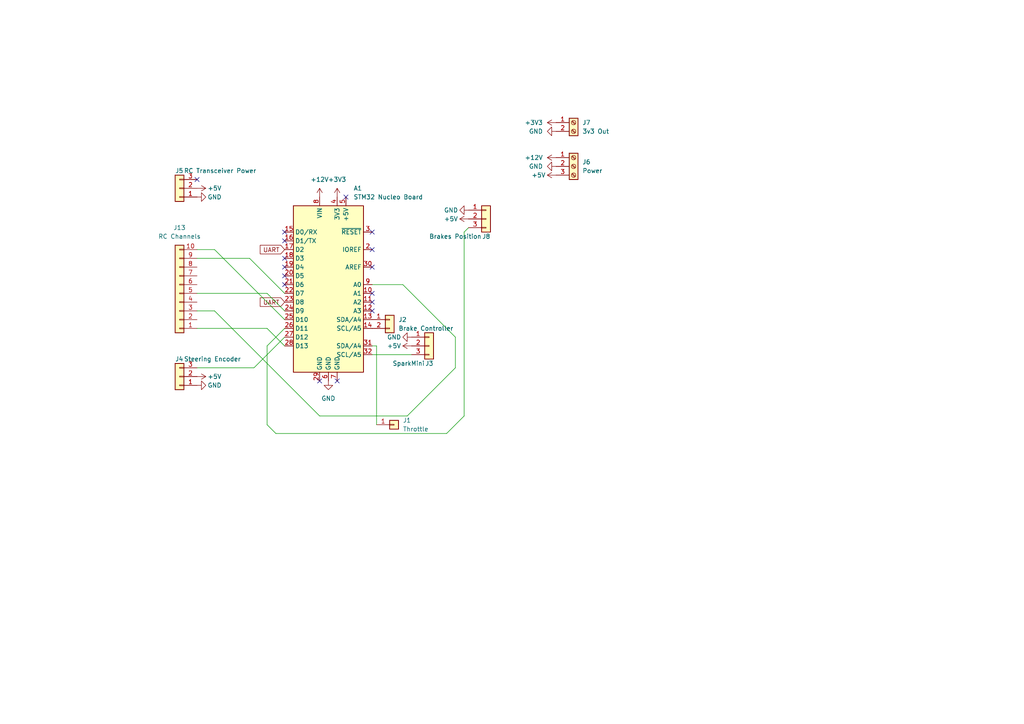
<source format=kicad_sch>
(kicad_sch (version 20230121) (generator eeschema)
  (paper "A4")
  (lib_symbols
    (symbol "Connector:Screw_Terminal_01x02" (pin_names (offset 1.016) hide)
      (property "Reference" "J" (at 0 2.54 0))
      (property "Value" "Screw_Terminal_01x02" (at 0 -5.08 0))
      (symbol "Screw_Terminal_01x02_1_1"
        (rectangle (start -1.27 1.27) (end 1.27 -3.81) (stroke (width 0.254)) (fill (type background)))
        (circle (center 0 -2.54) (radius 0.635) (stroke (width 0.1524)))
        (polyline (pts (xy -0.5334 -2.2098) (xy 0.3302 -3.048)) (stroke (width 0.1524)))
        (polyline (pts (xy -0.5334 0.3302) (xy 0.3302 -0.508)) (stroke (width 0.1524)))
        (polyline (pts (xy -0.3556 -2.032) (xy 0.508 -2.8702)) (stroke (width 0.1524)))
        (polyline (pts (xy -0.3556 0.508) (xy 0.508 -0.3302)) (stroke (width 0.1524)))
        (circle (center 0 0) (radius 0.635) (stroke (width 0.1524)))
        (pin passive line (at -5.08 0 0) (length 3.81) (name "Pin_1") (number "1"))
        (pin passive line (at -5.08 -2.54 0) (length 3.81) (name "Pin_2") (number "2"))
      )
    )
    (symbol "Connector:Screw_Terminal_01x03" (pin_names (offset 1.016) hide)
      (property "Reference" "J" (at 0 5.08 0))
      (property "Value" "Screw_Terminal_01x03" (at 0 -5.08 0))
      (symbol "Screw_Terminal_01x03_1_1"
        (rectangle (start -1.27 3.81) (end 1.27 -3.81) (stroke (width 0.254)) (fill (type background)))
        (circle (center 0 -2.54) (radius 0.635) (stroke (width 0.1524)))
        (polyline (pts (xy -0.5334 -2.2098) (xy 0.3302 -3.048)) (stroke (width 0.1524)))
        (polyline (pts (xy -0.5334 0.3302) (xy 0.3302 -0.508)) (stroke (width 0.1524)))
        (polyline (pts (xy -0.5334 2.8702) (xy 0.3302 2.032)) (stroke (width 0.1524)))
        (polyline (pts (xy -0.3556 -2.032) (xy 0.508 -2.8702)) (stroke (width 0.1524)))
        (polyline (pts (xy -0.3556 0.508) (xy 0.508 -0.3302)) (stroke (width 0.1524)))
        (polyline (pts (xy -0.3556 3.048) (xy 0.508 2.2098)) (stroke (width 0.1524)))
        (circle (center 0 0) (radius 0.635) (stroke (width 0.1524)))
        (circle (center 0 2.54) (radius 0.635) (stroke (width 0.1524)))
        (pin passive line (at -5.08 2.54 0) (length 3.81) (name "Pin_1") (number "1"))
        (pin passive line (at -5.08 0 0) (length 3.81) (name "Pin_2") (number "2"))
        (pin passive line (at -5.08 -2.54 0) (length 3.81) (name "Pin_3") (number "3"))
      )
    )
    (symbol "Connector_Generic:Conn_01x01" (pin_names (offset 1.016) hide)
      (property "Reference" "J" (at 0 2.54 0))
      (property "Value" "Conn_01x01" (at 0 -2.54 0))
      (symbol "Conn_01x01_1_1"
        (rectangle (start -1.27 0.127) (end 0 -0.127) (stroke (width 0.1524)))
        (rectangle (start -1.27 1.27) (end 1.27 -1.27) (stroke (width 0.254)) (fill (type background)))
        (pin passive line (at -5.08 0 0) (length 3.81) (name "Pin_1") (number "1"))
      )
    )
    (symbol "Connector_Generic:Conn_01x02" (pin_names (offset 1.016) hide)
      (property "Reference" "J" (at 0 2.54 0))
      (property "Value" "Conn_01x02" (at 0 -5.08 0))
      (symbol "Conn_01x02_1_1"
        (rectangle (start -1.27 -2.413) (end 0 -2.667) (stroke (width 0.1524)))
        (rectangle (start -1.27 0.127) (end 0 -0.127) (stroke (width 0.1524)))
        (rectangle (start -1.27 1.27) (end 1.27 -3.81) (stroke (width 0.254)) (fill (type background)))
        (pin passive line (at -5.08 0 0) (length 3.81) (name "Pin_1") (number "1"))
        (pin passive line (at -5.08 -2.54 0) (length 3.81) (name "Pin_2") (number "2"))
      )
    )
    (symbol "Connector_Generic:Conn_01x03" (pin_names (offset 1.016) hide)
      (property "Reference" "J" (at 0 5.08 0))
      (property "Value" "Conn_01x03" (at 0 -5.08 0))
      (symbol "Conn_01x03_1_1"
        (rectangle (start -1.27 -2.413) (end 0 -2.667) (stroke (width 0.1524)))
        (rectangle (start -1.27 0.127) (end 0 -0.127) (stroke (width 0.1524)))
        (rectangle (start -1.27 2.667) (end 0 2.413) (stroke (width 0.1524)))
        (rectangle (start -1.27 3.81) (end 1.27 -3.81) (stroke (width 0.254)) (fill (type background)))
        (pin passive line (at -5.08 2.54 0) (length 3.81) (name "Pin_1") (number "1"))
        (pin passive line (at -5.08 0 0) (length 3.81) (name "Pin_2") (number "2"))
        (pin passive line (at -5.08 -2.54 0) (length 3.81) (name "Pin_3") (number "3"))
      )
    )
    (symbol "Connector_Generic:Conn_01x10" (pin_names (offset 1.016) hide)
      (property "Reference" "J" (at 0 12.7 0))
      (property "Value" "Conn_01x10" (at 0 -15.24 0))
      (symbol "Conn_01x10_1_1"
        (rectangle (start -1.27 -12.573) (end 0 -12.827) (stroke (width 0.1524)))
        (rectangle (start -1.27 -10.033) (end 0 -10.287) (stroke (width 0.1524)))
        (rectangle (start -1.27 -7.493) (end 0 -7.747) (stroke (width 0.1524)))
        (rectangle (start -1.27 -4.953) (end 0 -5.207) (stroke (width 0.1524)))
        (rectangle (start -1.27 -2.413) (end 0 -2.667) (stroke (width 0.1524)))
        (rectangle (start -1.27 0.127) (end 0 -0.127) (stroke (width 0.1524)))
        (rectangle (start -1.27 2.667) (end 0 2.413) (stroke (width 0.1524)))
        (rectangle (start -1.27 5.207) (end 0 4.953) (stroke (width 0.1524)))
        (rectangle (start -1.27 7.747) (end 0 7.493) (stroke (width 0.1524)))
        (rectangle (start -1.27 10.287) (end 0 10.033) (stroke (width 0.1524)))
        (rectangle (start -1.27 11.43) (end 1.27 -13.97) (stroke (width 0.254)) (fill (type background)))
        (pin passive line (at -5.08 10.16 0) (length 3.81) (name "Pin_1") (number "1"))
        (pin passive line (at -5.08 -12.7 0) (length 3.81) (name "Pin_10") (number "10"))
        (pin passive line (at -5.08 7.62 0) (length 3.81) (name "Pin_2") (number "2"))
        (pin passive line (at -5.08 5.08 0) (length 3.81) (name "Pin_3") (number "3"))
        (pin passive line (at -5.08 2.54 0) (length 3.81) (name "Pin_4") (number "4"))
        (pin passive line (at -5.08 0 0) (length 3.81) (name "Pin_5") (number "5"))
        (pin passive line (at -5.08 -2.54 0) (length 3.81) (name "Pin_6") (number "6"))
        (pin passive line (at -5.08 -5.08 0) (length 3.81) (name "Pin_7") (number "7"))
        (pin passive line (at -5.08 -7.62 0) (length 3.81) (name "Pin_8") (number "8"))
        (pin passive line (at -5.08 -10.16 0) (length 3.81) (name "Pin_9") (number "9"))
      )
    )
    (symbol "MCU_Module:Arduino_UNO_R3"
      (property "Reference" "A" (at -10.16 23.495 0))
      (property "Value" "Arduino_UNO_R3" (at 5.08 -26.67 0))
      (symbol "Arduino_UNO_R3_0_1"
        (rectangle (start -10.16 22.86) (end 10.16 -25.4) (stroke (width 0.254)) (fill (type background)))
      )
      (symbol "Arduino_UNO_R3_1_1"
        (pin no_connect line (at -10.16 -20.32 0) (length 2.54) hide (name "NC") (number "1"))
        (pin bidirectional line (at 12.7 -2.54 180) (length 2.54) (name "A1") (number "10"))
        (pin bidirectional line (at 12.7 -5.08 180) (length 2.54) (name "A2") (number "11"))
        (pin bidirectional line (at 12.7 -7.62 180) (length 2.54) (name "A3") (number "12"))
        (pin bidirectional line (at 12.7 -10.16 180) (length 2.54) (name "SDA/A4") (number "13"))
        (pin bidirectional line (at 12.7 -12.7 180) (length 2.54) (name "SCL/A5") (number "14"))
        (pin bidirectional line (at -12.7 15.24 0) (length 2.54) (name "D0/RX") (number "15"))
        (pin bidirectional line (at -12.7 12.7 0) (length 2.54) (name "D1/TX") (number "16"))
        (pin bidirectional line (at -12.7 10.16 0) (length 2.54) (name "D2") (number "17"))
        (pin bidirectional line (at -12.7 7.62 0) (length 2.54) (name "D3") (number "18"))
        (pin bidirectional line (at -12.7 5.08 0) (length 2.54) (name "D4") (number "19"))
        (pin output line (at 12.7 10.16 180) (length 2.54) (name "IOREF") (number "2"))
        (pin bidirectional line (at -12.7 2.54 0) (length 2.54) (name "D5") (number "20"))
        (pin bidirectional line (at -12.7 0 0) (length 2.54) (name "D6") (number "21"))
        (pin bidirectional line (at -12.7 -2.54 0) (length 2.54) (name "D7") (number "22"))
        (pin bidirectional line (at -12.7 -5.08 0) (length 2.54) (name "D8") (number "23"))
        (pin bidirectional line (at -12.7 -7.62 0) (length 2.54) (name "D9") (number "24"))
        (pin bidirectional line (at -12.7 -10.16 0) (length 2.54) (name "D10") (number "25"))
        (pin bidirectional line (at -12.7 -12.7 0) (length 2.54) (name "D11") (number "26"))
        (pin bidirectional line (at -12.7 -15.24 0) (length 2.54) (name "D12") (number "27"))
        (pin bidirectional line (at -12.7 -17.78 0) (length 2.54) (name "D13") (number "28"))
        (pin power_in line (at -2.54 -27.94 90) (length 2.54) (name "GND") (number "29"))
        (pin input line (at 12.7 15.24 180) (length 2.54) (name "~{RESET}") (number "3"))
        (pin input line (at 12.7 5.08 180) (length 2.54) (name "AREF") (number "30"))
        (pin bidirectional line (at 12.7 -17.78 180) (length 2.54) (name "SDA/A4") (number "31"))
        (pin bidirectional line (at 12.7 -20.32 180) (length 2.54) (name "SCL/A5") (number "32"))
        (pin power_out line (at 2.54 25.4 270) (length 2.54) (name "3V3") (number "4"))
        (pin power_out line (at 5.08 25.4 270) (length 2.54) (name "+5V") (number "5"))
        (pin power_in line (at 0 -27.94 90) (length 2.54) (name "GND") (number "6"))
        (pin power_in line (at 2.54 -27.94 90) (length 2.54) (name "GND") (number "7"))
        (pin power_in line (at -2.54 25.4 270) (length 2.54) (name "VIN") (number "8"))
        (pin bidirectional line (at 12.7 0 180) (length 2.54) (name "A0") (number "9"))
      )
    )
    (symbol "power:+12V" (power) (pin_names (offset 0))
      (property "Value" "+12V" (at 0 3.556 0))
      (symbol "+12V_0_1"
        (polyline (pts (xy -0.762 1.27) (xy 0 2.54)))
        (polyline (pts (xy 0 0) (xy 0 2.54)))
        (polyline (pts (xy 0 2.54) (xy 0.762 1.27)))
      )
      (symbol "+12V_1_1"
        (pin power_in line (at 0 0 90) (length 0) hide (name "+12V") (number "1"))
      )
    )
    (symbol "power:+3V3" (power) (pin_names (offset 0))
      (property "Value" "+3V3" (at 0 3.556 0))
      (symbol "+3V3_0_1"
        (polyline (pts (xy -0.762 1.27) (xy 0 2.54)))
        (polyline (pts (xy 0 0) (xy 0 2.54)))
        (polyline (pts (xy 0 2.54) (xy 0.762 1.27)))
      )
      (symbol "+3V3_1_1"
        (pin power_in line (at 0 0 90) (length 0) hide (name "+3V3") (number "1"))
      )
    )
    (symbol "power:+5V" (power) (pin_names (offset 0))
      (property "Value" "+5V" (at 0 3.556 0))
      (symbol "+5V_0_1"
        (polyline (pts (xy -0.762 1.27) (xy 0 2.54)))
        (polyline (pts (xy 0 0) (xy 0 2.54)))
        (polyline (pts (xy 0 2.54) (xy 0.762 1.27)))
      )
      (symbol "+5V_1_1"
        (pin power_in line (at 0 0 90) (length 0) hide (name "+5V") (number "1"))
      )
    )
    (symbol "power:GND" (power) (pin_names (offset 0))
      (property "Value" "GND" (at 0 -3.81 0))
      (symbol "GND_0_1"
        (polyline (pts (xy 0 0) (xy 0 -1.27) (xy 1.27 -1.27) (xy 0 -2.54) (xy -1.27 -1.27) (xy 0 -1.27)))
      )
      (symbol "GND_1_1"
        (pin power_in line (at 0 0 270) (length 0) hide (name "GND") (number "1"))
      )
    )
  )
  (no_connect (at 82.55 69.85))
  (no_connect (at 107.95 67.31))
  (no_connect (at 82.55 74.93))
  (no_connect (at 107.95 87.63))
  (no_connect (at 82.55 80.01))
  (no_connect (at 100.33 57.15))
  (no_connect (at 107.95 72.39))
  (no_connect (at 82.55 77.47))
  (no_connect (at 107.95 77.47))
  (no_connect (at 82.55 67.31))
  (no_connect (at 107.95 90.17))
  (no_connect (at 82.55 82.55))
  (no_connect (at 57.15 52.07))
  (no_connect (at 107.95 85.09))
  (no_connect (at 97.79 110.49))
  (no_connect (at 92.71 110.49))
  (wire (pts (xy 77.47 100.33) (xy 77.47 123.19)))
  (wire (pts (xy 57.15 72.39) (xy 62.23 72.39)))
  (wire (pts (xy 109.22 100.33) (xy 107.95 100.33)))
  (wire (pts (xy 57.15 74.93) (xy 72.39 74.93)))
  (wire (pts (xy 129.54 125.73) (xy 134.62 120.65)))
  (wire (pts (xy 116.84 82.55) (xy 132.08 97.79)))
  (wire (pts (xy 134.62 120.65) (xy 134.62 67.31)))
  (wire (pts (xy 118.11 120.65) (xy 132.08 106.68)))
  (wire (pts (xy 57.15 85.09) (xy 77.47 85.09)))
  (wire (pts (xy 132.08 106.68) (xy 132.08 97.79)))
  (wire (pts (xy 107.95 102.87) (xy 119.38 102.87)))
  (wire (pts (xy 62.23 72.39) (xy 82.55 92.71)))
  (wire (pts (xy 72.39 74.93) (xy 82.55 85.09)))
  (wire (pts (xy 107.95 82.55) (xy 116.84 82.55)))
  (wire (pts (xy 62.23 90.17) (xy 92.71 120.65)))
  (wire (pts (xy 77.47 123.19) (xy 80.01 125.73)))
  (wire (pts (xy 92.71 120.65) (xy 118.11 120.65)))
  (wire (pts (xy 57.15 95.25) (xy 77.47 95.25)))
  (wire (pts (xy 77.47 85.09) (xy 82.55 90.17)))
  (wire (pts (xy 77.47 95.25) (xy 82.55 100.33)))
  (wire (pts (xy 57.15 106.68) (xy 73.66 106.68)))
  (wire (pts (xy 80.01 125.73) (xy 129.54 125.73)))
  (wire (pts (xy 134.62 67.31) (xy 135.89 66.04)))
  (wire (pts (xy 109.22 123.19) (xy 109.22 100.33)))
  (wire (pts (xy 73.66 106.68) (xy 82.55 97.79)))
  (wire (pts (xy 57.15 90.17) (xy 62.23 90.17)))
  (wire (pts (xy 82.55 95.25) (xy 77.47 100.33)))
  (global_label "UART" (shape input) (at 82.55 87.63 180) (property "Intersheetrefs" "${INTERSHEET_REFS}" (effects hide)))
  (global_label "UART" (shape input) (at 82.55 72.39 180) (property "Intersheetrefs" "${INTERSHEET_REFS}" (effects hide)))
  (symbol (lib_id "power:+3V3") (at 161.29 35.56 90) (unit 1)
    (property "Reference" "#PWR015" (effects hide))
    (property "Value" "+3V3" (at 157.48 35.56 90) (effects (justify left)))
  )
  (symbol (lib_id "power:GND") (at 135.89 60.96 270) (unit 1)
    (property "Reference" "#PWR012" (effects hide))
    (property "Value" "GND" (at 130.81 60.96 90))
  )
  (symbol (lib_id "Connector_Generic:Conn_01x10") (at 52.07 85.09 180) (unit 1)
    (property "Reference" "J13" (at 52.07 66.04 0))
    (property "Value" "RC Channels" (at 52.07 68.58 0))
    (property "Footprint" "Connector_PinSocket_2.54mm:PinSocket_1x10_P2.54mm_Vertical" (effects hide))
  )
  (symbol (lib_id "power:+5V") (at 57.15 54.61 270) (unit 1)
    (property "Reference" "#PWR09" (effects hide))
    (property "Value" "+5V" (at 62.23 54.61 90))
  )
  (symbol (lib_id "power:+3V3") (at 97.79 57.15 0) (unit 1)
    (property "Reference" "#PWR016" (effects hide))
    (property "Value" "+3V3" (at 97.79 52.07 0))
  )
  (symbol (lib_id "MCU_Module:Arduino_UNO_R3") (at 95.25 82.55 0) (unit 1)
    (property "Reference" "A1" (at 102.5241 54.61 0) (effects (justify left)))
    (property "Value" "STM32 Nucleo Board" (at 102.5241 57.15 0) (effects (justify left)))
    (property "Footprint" "Module:Arduino_UNO_R3_Bare" (effects hide))
    (property "Datasheet" "https://www.arduino.cc/en/Main/arduinoBoardUno" (effects hide))
  )
  (symbol (lib_id "power:GND") (at 57.15 57.15 90) (unit 1)
    (property "Reference" "#PWR07" (effects hide))
    (property "Value" "GND" (at 62.23 57.15 90))
  )
  (symbol (lib_id "power:GND") (at 161.29 48.26 270) (unit 1)
    (property "Reference" "#PWR013" (effects hide))
    (property "Value" "GND" (at 157.48 48.26 90) (effects (justify right)))
  )
  (symbol (lib_id "Connector_Generic:Conn_01x03") (at 52.07 109.22 180) (unit 1)
    (property "Reference" "J4" (at 50.8 104.14 0) (effects (justify right)))
    (property "Value" "Steering Encoder" (at 53.34 104.14 0) (effects (justify right)))
    (property "Footprint" "Connector_PinHeader_2.54mm:PinHeader_1x03_P2.54mm_Vertical" (effects hide))
  )
  (symbol (lib_id "power:+5V") (at 135.89 63.5 90) (unit 1)
    (property "Reference" "#PWR011" (effects hide))
    (property "Value" "+5V" (at 130.81 63.5 90))
  )
  (symbol (lib_id "power:+5V") (at 57.15 109.22 270) (unit 1)
    (property "Reference" "#PWR08" (effects hide))
    (property "Value" "+5V" (at 62.23 109.22 90))
  )
  (symbol (lib_id "Connector_Generic:Conn_01x01") (at 114.3 123.19 0) (unit 1)
    (property "Reference" "J1" (at 116.84 121.92 0) (effects (justify left)))
    (property "Value" "Throttle" (at 116.84 124.46 0) (effects (justify left)))
    (property "Footprint" "Connector_PinSocket_2.54mm:PinSocket_1x01_P2.54mm_Vertical" (effects hide))
  )
  (symbol (lib_id "power:+5V") (at 119.38 100.33 90) (unit 1)
    (property "Reference" "#PWR010" (effects hide))
    (property "Value" "+5V" (at 114.3 100.33 90))
  )
  (symbol (lib_id "power:GND") (at 119.38 97.79 270) (unit 1)
    (property "Reference" "#PWR01" (effects hide))
    (property "Value" "GND" (at 114.3 97.79 90))
  )
  (symbol (lib_id "power:+12V") (at 161.29 45.72 90) (unit 1)
    (property "Reference" "#PWR04" (effects hide))
    (property "Value" "+12V" (at 157.48 45.72 90) (effects (justify left)))
  )
  (symbol (lib_id "Connector_Generic:Conn_01x03") (at 52.07 54.61 180) (unit 1)
    (property "Reference" "J5" (at 50.8 49.53 0) (effects (justify right)))
    (property "Value" "RC Transceiver Power" (at 53.34 49.53 0) (effects (justify right)))
    (property "Footprint" "Connector_PinSocket_2.54mm:PinSocket_1x03_P2.54mm_Vertical" (effects hide))
  )
  (symbol (lib_id "Connector_Generic:Conn_01x03") (at 124.46 100.33 0) (unit 1)
    (property "Reference" "J3" (at 125.73 105.41 0) (effects (justify right)))
    (property "Value" "SparkMini" (at 123.19 105.41 0) (effects (justify right)))
    (property "Footprint" "Connector_PinHeader_2.54mm:PinHeader_1x03_P2.54mm_Vertical" (effects hide))
  )
  (symbol (lib_id "power:+12V") (at 92.71 57.15 0) (unit 1)
    (property "Reference" "#PWR06" (effects hide))
    (property "Value" "+12V" (at 92.71 52.07 0))
  )
  (symbol (lib_id "power:GND") (at 57.15 111.76 90) (unit 1)
    (property "Reference" "#PWR02" (effects hide))
    (property "Value" "GND" (at 62.23 111.76 90))
  )
  (symbol (lib_id "Connector_Generic:Conn_01x03") (at 140.97 63.5 0) (unit 1)
    (property "Reference" "J8" (at 142.24 68.58 0) (effects (justify right)))
    (property "Value" "Brakes Position" (at 139.7 68.58 0) (effects (justify right)))
    (property "Footprint" "Connector_PinSocket_2.54mm:PinSocket_1x03_P2.54mm_Vertical" (effects hide))
  )
  (symbol (lib_id "power:+5V") (at 161.29 50.8 90) (unit 1)
    (property "Reference" "#PWR014" (effects hide))
    (property "Value" "+5V" (at 156.21 50.8 90))
  )
  (symbol (lib_id "power:GND") (at 95.25 110.49 0) (unit 1)
    (property "Reference" "#PWR05" (effects hide))
    (property "Value" "GND" (at 95.25 115.57 0))
  )
  (symbol (lib_id "Connector_Generic:Conn_01x02") (at 113.03 92.71 0) (unit 1)
    (property "Reference" "J2" (at 115.57 92.71 0) (effects (justify left)))
    (property "Value" "Brake Controller" (at 115.57 95.25 0) (effects (justify left)))
    (property "Footprint" "Connector_PinSocket_2.54mm:PinSocket_1x02_P2.54mm_Vertical" (effects hide))
  )
  (symbol (lib_id "power:GND") (at 161.29 38.1 270) (unit 1)
    (property "Reference" "#PWR03" (effects hide))
    (property "Value" "GND" (at 157.48 38.1 90) (effects (justify right)))
  )
  (symbol (lib_id "Connector:Screw_Terminal_01x02") (at 166.37 35.56 0) (unit 1)
    (property "Reference" "J7" (at 168.91 35.56 0) (effects (justify left)))
    (property "Value" "3v3 Out" (at 168.91 38.1 0) (effects (justify left)))
    (property "Footprint" "TerminalBlock:TerminalBlock_bornier-2_P5.08mm" (effects hide))
  )
  (symbol (lib_id "Connector:Screw_Terminal_01x03") (at 166.37 48.26 0) (unit 1)
    (property "Reference" "J6" (at 168.91 46.99 0) (effects (justify left)))
    (property "Value" "Power" (at 168.91 49.53 0) (effects (justify left)))
    (property "Footprint" "TerminalBlock:TerminalBlock_bornier-3_P5.08mm" (effects hide))
  )
)
</source>
